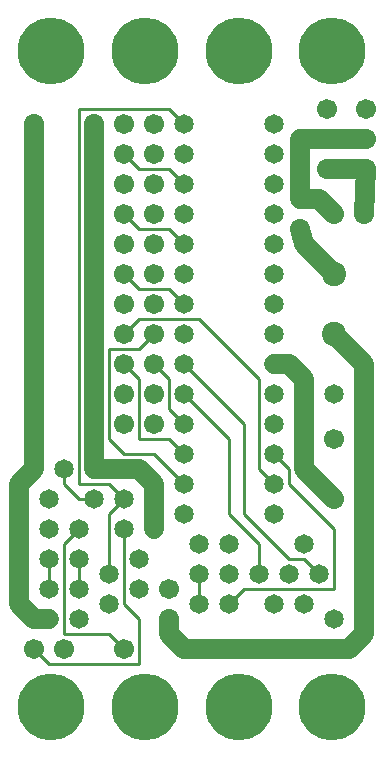
<source format=gtl>
%MOIN*%
%FSLAX25Y25*%
G04 D10 used for Character Trace; *
G04     Circle (OD=.01000) (No hole)*
G04 D11 used for Power Trace; *
G04     Circle (OD=.06700) (No hole)*
G04 D12 used for Signal Trace; *
G04     Circle (OD=.01100) (No hole)*
G04 D13 used for Via; *
G04     Circle (OD=.05800) (Round. Hole ID=.02800)*
G04 D14 used for Component hole; *
G04     Circle (OD=.06500) (Round. Hole ID=.03500)*
G04 D15 used for Component hole; *
G04     Circle (OD=.06700) (Round. Hole ID=.04300)*
G04 D16 used for Component hole; *
G04     Circle (OD=.08100) (Round. Hole ID=.05100)*
G04 D17 used for Component hole; *
G04     Circle (OD=.08900) (Round. Hole ID=.05900)*
G04 D18 used for Component hole; *
G04     Circle (OD=.11300) (Round. Hole ID=.08300)*
G04 D19 used for Component hole; *
G04     Circle (OD=.16000) (Round. Hole ID=.13000)*
G04 D20 used for Component hole; *
G04     Circle (OD=.18300) (Round. Hole ID=.15300)*
G04 D21 used for Component hole; *
G04     Circle (OD=.22291) (Round. Hole ID=.19291)*
%ADD10C,.01000*%
%ADD11C,.06700*%
%ADD12C,.01100*%
%ADD13C,.05800*%
%ADD14C,.06500*%
%ADD15C,.06700*%
%ADD16C,.08100*%
%ADD17C,.08900*%
%ADD18C,.11300*%
%ADD19C,.16000*%
%ADD20C,.18300*%
%ADD21C,.22291*%
%IPPOS*%
%LPD*%
G90*X0Y0D02*D21*X15625Y15625D03*D12*              
X15000Y30000D02*X45000D01*Y45000D01*              
X40000Y50000D01*Y75000D01*D14*D03*D12*            
X35000Y60000D02*Y80000D01*D14*Y60000D03*          
X45000Y55000D03*X25000Y65000D03*D12*Y55000D01*D14*
D03*X15000Y65000D03*D12*Y55000D01*D14*D03*        
X25000Y45000D03*D11*X10000D02*X15000D01*D14*D03*  
D12*X20000Y40000D02*X35000D01*X40000Y35000D01*D15*
D03*D11*X60000D02*X55000Y40000D01*D15*            
X60000Y35000D03*D11*X115000D01*X120000Y40000D01*  
Y45000D01*D14*D03*D11*Y70000D01*D14*D03*D11*      
Y95000D01*D15*D03*D11*Y120000D01*D14*D03*D11*     
Y130000D01*X110000Y140000D01*D16*D03*D11*         
X100000Y95000D02*Y125000D01*X110000Y85000D02*     
X100000Y95000D01*D15*X110000Y85000D03*D12*        
Y55000D02*Y75000D01*X80000Y55000D02*X110000D01*   
X75000Y50000D02*X80000Y55000D01*D14*              
X75000Y50000D03*X85000Y60000D03*D12*Y70000D01*    
X75000Y80000D01*Y105000D01*X60000Y120000D01*D14*  
D03*D12*X55000Y115000D02*Y125000D01*              
X60000Y110000D02*X55000Y115000D01*D14*            
X60000Y110000D03*D12*Y100000D02*X55000Y105000D01* 
D14*X60000Y100000D03*D12*X45000Y105000D02*        
X55000D01*X45000D02*Y125000D01*X40000Y130000D01*  
D15*D03*D12*X35000Y135000D02*X45000D01*           
X35000Y105000D02*Y135000D01*X40000Y100000D02*     
X35000Y105000D01*X40000Y100000D02*X50000D01*      
X60000Y90000D01*D14*D03*D11*X50000Y75000D02*      
Y90000D01*D14*Y75000D03*X40000Y85000D03*D12*      
X35000Y80000D01*X40000Y85000D02*X35000Y90000D01*  
X25000D01*Y215000D01*X55000D01*X60000Y210000D01*  
D14*D03*D15*X50000Y200000D03*Y210000D03*D14*      
X60000Y200000D03*D12*X45000Y195000D02*X55000D01*  
X60000Y190000D01*D14*D03*D15*X50000Y180000D03*    
Y190000D03*D14*X60000Y180000D03*D12*              
X45000Y175000D02*X55000D01*X60000Y170000D01*D14*  
D03*D15*X50000Y160000D03*Y170000D03*D14*          
X60000Y160000D03*D12*X45000Y155000D02*X55000D01*  
X60000Y150000D01*D14*D03*D12*X85000Y125000D02*    
X65000Y145000D01*X85000Y95000D02*Y125000D01*      
X90000Y90000D02*X85000Y95000D01*D14*              
X90000Y90000D03*D12*X95000D02*Y95000D01*          
X110000Y75000D02*X95000Y90000D01*X105000Y60000D02*
X100000Y65000D01*D14*X105000Y60000D03*D12*        
X95000Y65000D02*X100000D01*X95000D02*             
X80000Y80000D01*Y110000D01*X60000Y130000D01*D14*  
D03*D12*X55000Y125000D02*X50000Y130000D01*D15*D03*
D12*X45000Y135000D02*X50000Y140000D01*D15*D03*D12*
X40000D02*X45000Y145000D01*D15*X40000Y140000D03*  
D12*X45000Y145000D02*X65000D01*D14*               
X60000Y140000D03*D15*X50000Y150000D03*D12*        
X45000Y155000D02*X40000Y160000D01*D15*D03*        
X30000Y170000D03*D11*Y160000D01*D15*D03*D11*      
Y150000D01*D15*D03*D11*Y140000D01*D15*D03*D11*    
Y130000D01*D15*D03*D11*Y120000D01*D15*D03*D11*    
Y110000D01*D15*D03*D11*Y95000D01*D14*D03*D11*     
X40000D01*D14*D03*D11*X45000D01*X50000Y90000D01*  
D14*X60000Y80000D03*D15*X50000Y110000D03*D14*     
X30000Y85000D03*D12*X25000D01*X20000Y90000D01*    
Y95000D01*D14*D03*X15000Y85000D03*X10000Y95000D03*
D11*X5000Y90000D01*Y50000D01*X10000Y45000D01*D15* 
X20000Y35000D03*D12*Y40000D02*Y70000D01*          
X25000Y75000D01*D14*D03*X15000D03*X45000Y65000D03*
D11*X10000Y95000D02*Y110000D01*D15*D03*D11*       
Y120000D01*D15*D03*D11*Y130000D01*D15*D03*D11*    
Y140000D01*D15*D03*D11*Y150000D01*D15*D03*D11*    
Y160000D01*D15*D03*D11*Y170000D01*D15*D03*D11*    
Y180000D01*D15*D03*D11*Y190000D01*D15*D03*D11*    
Y200000D01*D15*D03*D11*Y210000D01*D15*D03*        
X30000Y190000D03*D11*Y180000D01*D15*D03*D11*      
Y170000D01*D15*X40000Y180000D03*D12*              
X45000Y175000D01*D15*X40000Y170000D03*D11*        
X30000Y190000D02*Y200000D01*D15*D03*D11*          
Y210000D01*D15*D03*X40000Y200000D03*D12*          
X45000Y195000D01*D15*X40000Y190000D03*Y210000D03* 
D21*X78125Y234375D03*X46875D03*X15625D03*D14*     
X90000Y150000D03*Y160000D03*Y170000D03*Y180000D03*
Y190000D03*D15*X40000Y150000D03*D14*              
X90000Y200000D03*Y210000D03*D11*X110000Y160000D02*
X100000Y170000D01*D16*X110000Y160000D03*D11*      
X100000Y170000D02*X98500Y175000D01*D15*D03*D11*   
X110000Y180000D02*X105000Y185000D01*D15*          
X110000Y180000D03*D11*X98500Y185000D02*X105000D01*
D13*X98500D03*D11*Y195000D01*D15*D03*D11*         
Y205000D01*D13*D03*D11*X107500D01*D15*D03*D11*    
X120500D01*D15*D03*X107500Y215000D03*Y195000D03*  
D11*X120500D01*D15*D03*D11*X120000Y180000D01*D15* 
D03*X120500Y215000D03*D14*X90000Y140000D03*       
Y130000D03*D11*X95000D01*X100000Y125000D01*D14*   
X110000Y120000D03*X90000D03*Y110000D03*D15*       
X110000Y105000D03*D14*X90000Y100000D03*D12*       
X95000Y95000D01*D14*X90000Y80000D03*              
X75000Y70000D03*X100000D03*X65000D03*Y60000D03*   
D12*Y50000D01*D14*D03*X75000Y60000D03*D11*        
X55000Y40000D02*Y45000D01*D15*D03*Y55000D03*D14*  
X35000Y50000D03*D21*X46875Y15625D03*X78125D03*D14*
X90000Y50000D03*X95000Y60000D03*D12*              
X15000Y30000D02*X10000Y35000D01*D15*D03*          
X40000Y110000D03*X50000Y120000D03*X40000D03*D14*  
X100000Y50000D03*D21*X109375Y15625D03*D14*        
X110000Y45000D03*D21*X109375Y234375D03*M02*       

</source>
